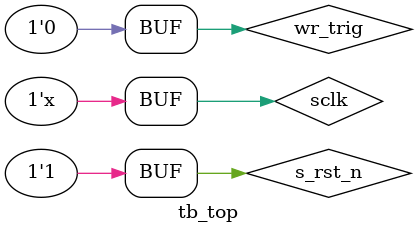
<source format=v>
`timescale      1ns/1ns

module  tb_top;

reg             sclk;
reg             s_rst_n;

//----------------------------------------------------------
wire            sdram_clk;
wire            sdram_cke;
wire            sdram_cs_n;
wire            sdram_cas_n;
wire            sdram_ras_n;
wire            sdram_we_n;
wire    [ 1:0]  sdram_bank;
wire    [11:0]  sdram_addr;
wire    [ 1:0]  sdram_dqm;
wire    [15:0]  sdram_dq;


reg wr_trig;
//----------------------------------------------------------

initial begin
        sclk    =       1;
        s_rst_n <=      0;
        #100
        s_rst_n <=      1;
      
end

initial begin
wr_trig = 0;
#205000;
wr_trig = 1;
#20;
wr_trig = 0;
end


always  #10     sclk    =       ~sclk;

defparam        sdram_model_plus_inst.addr_bits =       12;
defparam        sdram_model_plus_inst.data_bits =       16;
defparam        sdram_model_plus_inst.col_bits  =       9;
defparam        sdram_model_plus_inst.mem_sizes =       2*1024*1024;            // 2M


sdram_top   sdram_top_inst(
        // system signals
        .sclk                   (sclk                   ),
        .s_rst_n                (s_rst_n                ),
        // SDRAM Interfaces
        .sdram_clk              (sdram_clk              ),
        .sdram_cke              (sdram_cke              ),
        .sdram_cs_n             (sdram_cs_n             ),
        .sdram_cas_n            (sdram_cas_n            ),
        .sdram_ras_n            (sdram_ras_n            ),
        .sdram_we_n             (sdram_we_n             ),
        .sdram_bank             (sdram_bank             ),
        .sdram_addr             (sdram_addr             ),
        .sdram_dqm              (sdram_dqm              ),
        .sdram_dq               (sdram_dq               ),
        // Others
        .wr_trig                (wr_trig                )
);



sdram_model_plus sdram_model_plus_inst(
        .Dq                     (sdram_dq               ), 
        .Addr                   (sdram_addr             ), 
        .Ba                     (sdram_bank             ), 
        .Clk                    (sdram_clk              ), 
        .Cke                    (sdram_cke              ), 
        .Cs_n                   (sdram_cs_n             ), 
        .Ras_n                  (sdram_ras_n            ), 
        .Cas_n                  (sdram_cas_n            ), 
        .We_n                   (sdram_we_n             ), 
        .Dqm                    (sdram_dqm              ),
        .Debug                  (1'b1                   )
);


endmodule

</source>
